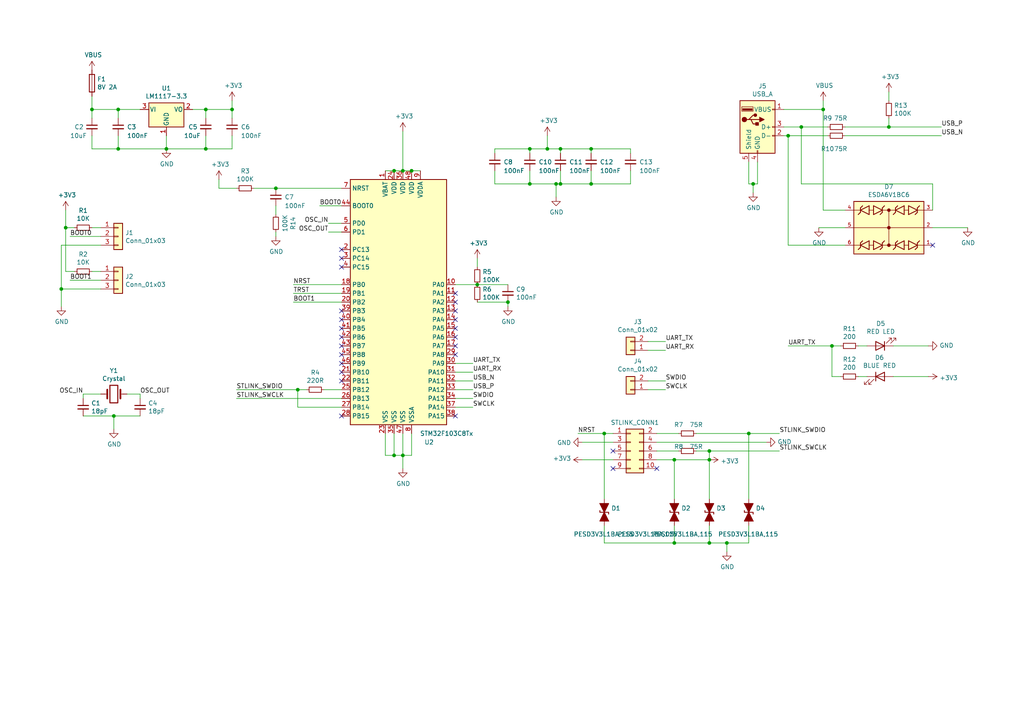
<source format=kicad_sch>
(kicad_sch (version 20230121) (generator eeschema)
  (paper "A4")
  (title_block (title "Magma ST_Link") (date "2021-09-22") (rev "v1") (company "ÖMER FURKAN DEMİRCİOĞLU") (comment 1 "MagmaVend"))
  (lib_symbols
    (symbol "Connector:USB_A" (pin_names (offset 1.016))
      (property "Reference" "J" (at -5.08 11.43 0))
      (property "Value" "USB_A" (at -5.08 8.89 0))
      (symbol "USB_A_1_1"
        (pin power_in line (at 7.62 5.08 180) (length 2.54) (name "VBUS") (number "1"))
        (pin bidirectional line (at 7.62 -2.54 180) (length 2.54) (name "D-") (number "2"))
        (pin bidirectional line (at 7.62 0 180) (length 2.54) (name "D+") (number "3"))
        (pin power_in line (at 0 -10.16 90) (length 2.54) (name "GND") (number "4"))
        (pin passive line (at -2.54 -10.16 90) (length 2.54) (name "Shield") (number "5"))
      )
    )
    (symbol "Connector_Generic:Conn_01x02" (pin_names (offset 1.016) hide)
      (property "Reference" "J" (at 0 2.54 0))
      (property "Value" "Conn_01x02" (at 0 -5.08 0))
      (symbol "Conn_01x02_1_1"
        (pin passive line (at -5.08 0 0) (length 3.81) (name "Pin_1") (number "1"))
        (pin passive line (at -5.08 -2.54 0) (length 3.81) (name "Pin_2") (number "2"))
      )
    )
    (symbol "Connector_Generic:Conn_01x03" (pin_names (offset 1.016) hide)
      (property "Reference" "J" (at 0 5.08 0))
      (property "Value" "Conn_01x03" (at 0 -5.08 0))
      (symbol "Conn_01x03_1_1"
        (pin passive line (at -5.08 2.54 0) (length 3.81) (name "Pin_1") (number "1"))
        (pin passive line (at -5.08 0 0) (length 3.81) (name "Pin_2") (number "2"))
        (pin passive line (at -5.08 -2.54 0) (length 3.81) (name "Pin_3") (number "3"))
      )
    )
    (symbol "Connector_Generic:Conn_02x05_Odd_Even" (pin_names (offset 1.016) hide)
      (property "Reference" "J" (at 1.27 7.62 0))
      (property "Value" "Conn_02x05_Odd_Even" (at 1.27 -7.62 0))
      (symbol "Conn_02x05_Odd_Even_1_1"
        (pin passive line (at -5.08 5.08 0) (length 3.81) (name "Pin_1") (number "1"))
        (pin passive line (at 7.62 -5.08 180) (length 3.81) (name "Pin_10") (number "10"))
        (pin passive line (at 7.62 5.08 180) (length 3.81) (name "Pin_2") (number "2"))
        (pin passive line (at -5.08 2.54 0) (length 3.81) (name "Pin_3") (number "3"))
        (pin passive line (at 7.62 2.54 180) (length 3.81) (name "Pin_4") (number "4"))
        (pin passive line (at -5.08 0 0) (length 3.81) (name "Pin_5") (number "5"))
        (pin passive line (at 7.62 0 180) (length 3.81) (name "Pin_6") (number "6"))
        (pin passive line (at -5.08 -2.54 0) (length 3.81) (name "Pin_7") (number "7"))
        (pin passive line (at 7.62 -2.54 180) (length 3.81) (name "Pin_8") (number "8"))
        (pin passive line (at -5.08 -5.08 0) (length 3.81) (name "Pin_9") (number "9"))
      )
    )
    (symbol "Device:C_Small" (pin_numbers hide) (pin_names (offset 0.254) hide)
      (property "Reference" "C" (at 0.254 1.778 0))
      (property "Value" "C_Small" (at 0.254 -2.032 0))
      (symbol "C_Small_1_1"
        (pin passive line (at 0 2.54 270) (length 2.032) (name "~") (number "1"))
        (pin passive line (at 0 -2.54 90) (length 2.032) (name "~") (number "2"))
      )
    )
    (symbol "Device:Crystal" (pin_numbers hide) (pin_names (offset 1.016) hide)
      (property "Reference" "Y" (at 0 3.81 0))
      (property "Value" "Crystal" (at 0 -3.81 0))
      (symbol "Crystal_1_1"
        (pin passive line (at -3.81 0 0) (length 1.27) (name "1") (number "1"))
        (pin passive line (at 3.81 0 180) (length 1.27) (name "2") (number "2"))
      )
    )
    (symbol "Device:Fuse" (pin_numbers hide) (pin_names (offset 0))
      (property "Reference" "F" (at 2.032 0 90))
      (property "Value" "Fuse" (at -1.905 0 90))
      (symbol "Fuse_1_1"
        (pin passive line (at 0 3.81 270) (length 1.27) (name "~") (number "1"))
        (pin passive line (at 0 -3.81 90) (length 1.27) (name "~") (number "2"))
      )
    )
    (symbol "Device:LED" (pin_numbers hide) (pin_names (offset 1.016) hide)
      (property "Reference" "D" (at 0 2.54 0))
      (property "Value" "LED" (at 0 -2.54 0))
      (symbol "LED_1_1"
        (pin passive line (at -3.81 0 0) (length 2.54) (name "K") (number "1"))
        (pin passive line (at 3.81 0 180) (length 2.54) (name "A") (number "2"))
      )
    )
    (symbol "Device:R_Small" (pin_numbers hide) (pin_names (offset 0.254) hide)
      (property "Reference" "R" (at 0.762 0.508 0))
      (property "Value" "R_Small" (at 0.762 -1.016 0))
      (symbol "R_Small_1_1"
        (pin passive line (at 0 2.54 270) (length 0.762) (name "~") (number "1"))
        (pin passive line (at 0 -2.54 90) (length 0.762) (name "~") (number "2"))
      )
    )
    (symbol "ESDA6V1BC6:ESDA6V1BC6" (pin_names (offset 1.016) hide)
      (property "Reference" "D" (at -10.16 8.89 0))
      (property "Value" "ESDA6V1BC6" (at -10.16 -8.89 0))
      (symbol "ESDA6V1BC6_0_0"
        (pin passive line (at -12.7 5.08 0) (length 2.54) (name "~") (number "1"))
        (pin passive line (at -12.7 0 0) (length 2.54) (name "~") (number "2"))
        (pin passive line (at -12.7 -5.08 0) (length 2.54) (name "~") (number "3"))
        (pin passive line (at 12.7 -5.08 180) (length 2.54) (name "~") (number "4"))
        (pin passive line (at 12.7 0 180) (length 2.54) (name "~") (number "5"))
        (pin passive line (at 12.7 5.08 180) (length 2.54) (name "~") (number "6"))
      )
    )
    (symbol "Magma_STLink-rescue:+3.3V-power" (power) (pin_names (offset 0))
      (property "Value" "+3.3V-power" (at 0 3.556 0))
      (symbol "+3.3V-power_1_1"
        (pin power_in line (at 0 0 90) (length 0) hide (name "+3V3") (number "1"))
      )
    )
    (symbol "Magma_STLink-rescue:D_TVS_ALT-Device" (pin_numbers hide) (pin_names (offset 1.016) hide)
      (property "Reference" "D" (at 0 2.54 0))
      (property "Value" "Device_D_TVS_ALT" (at 0 -2.54 0))
      (symbol "D_TVS_ALT-Device_1_1"
        (pin passive line (at -3.81 0 0) (length 2.54) (name "A1") (number "1"))
        (pin passive line (at 3.81 0 180) (length 2.54) (name "A2") (number "2"))
      )
    )
    (symbol "Magma_STLink-rescue:LM1117-3.3-Regulator_Linear" (pin_names (offset 0.254))
      (property "Reference" "U" (at -3.81 3.175 0))
      (property "Value" "Regulator_Linear_LM1117-3.3" (at 0 3.175 0))
      (symbol "LM1117-3.3-Regulator_Linear_1_1"
        (pin power_in line (at 0 -7.62 90) (length 2.54) (name "GND") (number "1"))
        (pin power_out line (at 7.62 0 180) (length 2.54) (name "VO") (number "2"))
        (pin power_in line (at -7.62 0 0) (length 2.54) (name "VI") (number "3"))
      )
    )
    (symbol "Magma_STLink-rescue:STM32F103C8Tx-MCU_ST_STM32F1"
      (property "Reference" "U" (at -15.24 36.83 0))
      (property "Value" "MCU_ST_STM32F1_STM32F103C8Tx" (at 7.62 36.83 0))
      (symbol "STM32F103C8Tx-MCU_ST_STM32F1_1_1"
        (pin power_in line (at -5.08 38.1 270) (length 2.54) (name "VBAT") (number "1"))
        (pin bidirectional line (at 15.24 5.08 180) (length 2.54) (name "PA0") (number "10"))
        (pin bidirectional line (at 15.24 2.54 180) (length 2.54) (name "PA1") (number "11"))
        (pin bidirectional line (at 15.24 0 180) (length 2.54) (name "PA2") (number "12"))
        (pin bidirectional line (at 15.24 -2.54 180) (length 2.54) (name "PA3") (number "13"))
        (pin bidirectional line (at 15.24 -5.08 180) (length 2.54) (name "PA4") (number "14"))
        (pin bidirectional line (at 15.24 -7.62 180) (length 2.54) (name "PA5") (number "15"))
        (pin bidirectional line (at 15.24 -10.16 180) (length 2.54) (name "PA6") (number "16"))
        (pin bidirectional line (at 15.24 -12.7 180) (length 2.54) (name "PA7") (number "17"))
        (pin bidirectional line (at -17.78 5.08 0) (length 2.54) (name "PB0") (number "18"))
        (pin bidirectional line (at -17.78 2.54 0) (length 2.54) (name "PB1") (number "19"))
        (pin bidirectional line (at -17.78 15.24 0) (length 2.54) (name "PC13") (number "2"))
        (pin bidirectional line (at -17.78 0 0) (length 2.54) (name "PB2") (number "20"))
        (pin bidirectional line (at -17.78 -20.32 0) (length 2.54) (name "PB10") (number "21"))
        (pin bidirectional line (at -17.78 -22.86 0) (length 2.54) (name "PB11") (number "22"))
        (pin power_in line (at -5.08 -38.1 90) (length 2.54) (name "VSS") (number "23"))
        (pin power_in line (at -2.54 38.1 270) (length 2.54) (name "VDD") (number "24"))
        (pin bidirectional line (at -17.78 -25.4 0) (length 2.54) (name "PB12") (number "25"))
        (pin bidirectional line (at -17.78 -27.94 0) (length 2.54) (name "PB13") (number "26"))
        (pin bidirectional line (at -17.78 -30.48 0) (length 2.54) (name "PB14") (number "27"))
        (pin bidirectional line (at -17.78 -33.02 0) (length 2.54) (name "PB15") (number "28"))
        (pin bidirectional line (at 15.24 -15.24 180) (length 2.54) (name "PA8") (number "29"))
        (pin bidirectional line (at -17.78 12.7 0) (length 2.54) (name "PC14") (number "3"))
        (pin bidirectional line (at 15.24 -17.78 180) (length 2.54) (name "PA9") (number "30"))
        (pin bidirectional line (at 15.24 -20.32 180) (length 2.54) (name "PA10") (number "31"))
        (pin bidirectional line (at 15.24 -22.86 180) (length 2.54) (name "PA11") (number "32"))
        (pin bidirectional line (at 15.24 -25.4 180) (length 2.54) (name "PA12") (number "33"))
        (pin bidirectional line (at 15.24 -27.94 180) (length 2.54) (name "PA13") (number "34"))
        (pin power_in line (at -2.54 -38.1 90) (length 2.54) (name "VSS") (number "35"))
        (pin power_in line (at 0 38.1 270) (length 2.54) (name "VDD") (number "36"))
        (pin bidirectional line (at 15.24 -30.48 180) (length 2.54) (name "PA14") (number "37"))
        (pin bidirectional line (at 15.24 -33.02 180) (length 2.54) (name "PA15") (number "38"))
        (pin bidirectional line (at -17.78 -2.54 0) (length 2.54) (name "PB3") (number "39"))
        (pin bidirectional line (at -17.78 10.16 0) (length 2.54) (name "PC15") (number "4"))
        (pin bidirectional line (at -17.78 -5.08 0) (length 2.54) (name "PB4") (number "40"))
        (pin bidirectional line (at -17.78 -7.62 0) (length 2.54) (name "PB5") (number "41"))
        (pin bidirectional line (at -17.78 -10.16 0) (length 2.54) (name "PB6") (number "42"))
        (pin bidirectional line (at -17.78 -12.7 0) (length 2.54) (name "PB7") (number "43"))
        (pin input line (at -17.78 27.94 0) (length 2.54) (name "BOOT0") (number "44"))
        (pin bidirectional line (at -17.78 -15.24 0) (length 2.54) (name "PB8") (number "45"))
        (pin bidirectional line (at -17.78 -17.78 0) (length 2.54) (name "PB9") (number "46"))
        (pin power_in line (at 0 -38.1 90) (length 2.54) (name "VSS") (number "47"))
        (pin power_in line (at 2.54 38.1 270) (length 2.54) (name "VDD") (number "48"))
        (pin input line (at -17.78 22.86 0) (length 2.54) (name "PD0") (number "5"))
        (pin input line (at -17.78 20.32 0) (length 2.54) (name "PD1") (number "6"))
        (pin input line (at -17.78 33.02 0) (length 2.54) (name "NRST") (number "7"))
        (pin power_in line (at 2.54 -38.1 90) (length 2.54) (name "VSSA") (number "8"))
        (pin power_in line (at 5.08 38.1 270) (length 2.54) (name "VDDA") (number "9"))
      )
    )
    (symbol "power:+3V3" (power) (pin_names (offset 0))
      (property "Value" "+3V3" (at 0 3.556 0))
      (symbol "+3V3_1_1"
        (pin power_in line (at 0 0 90) (length 0) hide (name "+3V3") (number "1"))
      )
    )
    (symbol "power:GND" (power) (pin_names (offset 0))
      (property "Value" "GND" (at 0 -3.81 0))
      (symbol "GND_1_1"
        (pin power_in line (at 0 0 270) (length 0) hide (name "GND") (number "1"))
      )
    )
    (symbol "power:VBUS" (power) (pin_names (offset 0))
      (property "Value" "VBUS" (at 0 3.81 0))
      (symbol "VBUS_1_1"
        (pin power_in line (at 0 0 90) (length 0) hide (name "VBUS") (number "1"))
      )
    )
  )
  (junction (at 210.82 157.48))
  (junction (at 114.3 49.53))
  (junction (at 195.58 157.48))
  (junction (at 171.45 43.18))
  (junction (at 34.29 43.18))
  (junction (at 48.26 43.18))
  (junction (at 86.36 113.03))
  (junction (at 67.31 31.75))
  (junction (at 119.38 49.53))
  (junction (at 257.81 36.83))
  (junction (at 205.74 133.35))
  (junction (at 26.67 31.75))
  (junction (at 241.3 100.33))
  (junction (at 114.3 132.08))
  (junction (at 116.84 49.53))
  (junction (at 195.58 133.35))
  (junction (at 205.74 130.81))
  (junction (at 158.75 43.18))
  (junction (at 205.74 157.48))
  (junction (at 162.56 43.18))
  (junction (at 17.78 83.82))
  (junction (at 59.69 43.18))
  (junction (at 175.26 125.73))
  (junction (at 153.67 53.34))
  (junction (at 228.6 39.37))
  (junction (at 19.05 66.04))
  (junction (at 171.45 53.34))
  (junction (at 116.84 132.08))
  (junction (at 238.76 31.75))
  (junction (at 218.44 53.34))
  (junction (at 217.17 125.73))
  (junction (at 138.43 82.55))
  (junction (at 80.01 54.61))
  (junction (at 33.02 120.65))
  (junction (at 147.32 87.63))
  (junction (at 161.29 53.34))
  (junction (at 59.69 31.75))
  (junction (at 232.41 36.83))
  (junction (at 34.29 31.75))
  (junction (at 153.67 43.18))
  (junction (at 162.56 53.34))
  (no_connect (at 190.5 135.89))
  (no_connect (at 132.08 90.17))
  (no_connect (at 132.08 87.63))
  (no_connect (at 132.08 100.33))
  (no_connect (at 132.08 95.25))
  (no_connect (at 99.06 77.47))
  (no_connect (at 99.06 90.17))
  (no_connect (at 270.51 71.12))
  (no_connect (at 132.08 97.79))
  (no_connect (at 132.08 102.87))
  (no_connect (at 99.06 107.95))
  (no_connect (at 177.8 135.89))
  (no_connect (at 99.06 95.25))
  (no_connect (at 99.06 100.33))
  (no_connect (at 99.06 92.71))
  (no_connect (at 132.08 85.09))
  (no_connect (at 99.06 105.41))
  (no_connect (at 132.08 92.71))
  (no_connect (at 99.06 102.87))
  (no_connect (at 99.06 74.93))
  (no_connect (at 177.8 130.81))
  (no_connect (at 99.06 97.79))
  (no_connect (at 99.06 120.65))
  (no_connect (at 99.06 72.39))
  (no_connect (at 99.06 110.49))
  (no_connect (at 132.08 120.65))
  (wire (pts (xy 205.74 130.81) (xy 226.06 130.81)))
  (wire (pts (xy 26.67 43.18) (xy 34.29 43.18)))
  (wire (pts (xy 119.38 49.53) (xy 121.92 49.53)))
  (wire (pts (xy 259.08 100.33) (xy 269.24 100.33)))
  (wire (pts (xy 34.29 34.29) (xy 34.29 31.75)))
  (wire (pts (xy 17.78 83.82) (xy 17.78 88.9)))
  (wire (pts (xy 48.26 39.37) (xy 48.26 43.18)))
  (wire (pts (xy 143.51 44.45) (xy 143.51 43.18)))
  (wire (pts (xy 257.81 34.29) (xy 257.81 36.83)))
  (wire (pts (xy 116.84 125.73) (xy 116.84 132.08)))
  (wire (pts (xy 114.3 125.73) (xy 114.3 132.08)))
  (wire (pts (xy 24.13 114.3) (xy 29.21 114.3)))
  (wire (pts (xy 59.69 31.75) (xy 67.31 31.75)))
  (wire (pts (xy 162.56 49.53) (xy 162.56 53.34)))
  (wire (pts (xy 270.51 60.96) (xy 270.51 53.34)))
  (wire (pts (xy 80.01 59.69) (xy 80.01 62.23)))
  (wire (pts (xy 34.29 43.18) (xy 48.26 43.18)))
  (wire (pts (xy 26.67 39.37) (xy 26.67 43.18)))
  (wire (pts (xy 171.45 53.34) (xy 182.88 53.34)))
  (wire (pts (xy 40.64 115.57) (xy 40.64 114.3)))
  (wire (pts (xy 19.05 66.04) (xy 19.05 78.74)))
  (wire (pts (xy 217.17 125.73) (xy 201.93 125.73)))
  (wire (pts (xy 20.32 81.28) (xy 29.21 81.28)))
  (wire (pts (xy 153.67 53.34) (xy 161.29 53.34)))
  (wire (pts (xy 132.08 113.03) (xy 137.16 113.03)))
  (wire (pts (xy 243.84 109.22) (xy 241.3 109.22)))
  (wire (pts (xy 114.3 132.08) (xy 111.76 132.08)))
  (wire (pts (xy 63.5 54.61) (xy 68.58 54.61)))
  (wire (pts (xy 99.06 59.69) (xy 92.71 59.69)))
  (wire (pts (xy 34.29 39.37) (xy 34.29 43.18)))
  (wire (pts (xy 67.31 29.21) (xy 67.31 31.75)))
  (wire (pts (xy 232.41 36.83) (xy 240.03 36.83)))
  (wire (pts (xy 241.3 100.33) (xy 243.84 100.33)))
  (wire (pts (xy 116.84 49.53) (xy 116.84 38.1)))
  (wire (pts (xy 73.66 54.61) (xy 80.01 54.61)))
  (wire (pts (xy 153.67 44.45) (xy 153.67 43.18)))
  (wire (pts (xy 99.06 85.09) (xy 85.09 85.09)))
  (wire (pts (xy 217.17 53.34) (xy 218.44 53.34)))
  (wire (pts (xy 29.21 83.82) (xy 17.78 83.82)))
  (wire (pts (xy 240.03 39.37) (xy 228.6 39.37)))
  (wire (pts (xy 17.78 71.12) (xy 17.78 83.82)))
  (wire (pts (xy 167.64 125.73) (xy 175.26 125.73)))
  (wire (pts (xy 219.71 46.99) (xy 219.71 53.34)))
  (wire (pts (xy 132.08 107.95) (xy 137.16 107.95)))
  (wire (pts (xy 205.74 133.35) (xy 205.74 144.78)))
  (wire (pts (xy 245.11 36.83) (xy 257.81 36.83)))
  (wire (pts (xy 195.58 133.35) (xy 190.5 133.35)))
  (wire (pts (xy 162.56 43.18) (xy 171.45 43.18)))
  (wire (pts (xy 161.29 53.34) (xy 162.56 53.34)))
  (wire (pts (xy 210.82 160.02) (xy 210.82 157.48)))
  (wire (pts (xy 182.88 43.18) (xy 171.45 43.18)))
  (wire (pts (xy 19.05 60.96) (xy 19.05 66.04)))
  (wire (pts (xy 175.26 144.78) (xy 175.26 125.73)))
  (wire (pts (xy 248.92 109.22) (xy 251.46 109.22)))
  (wire (pts (xy 205.74 133.35) (xy 195.58 133.35)))
  (wire (pts (xy 143.51 49.53) (xy 143.51 53.34)))
  (wire (pts (xy 245.11 60.96) (xy 238.76 60.96)))
  (wire (pts (xy 226.06 125.73) (xy 217.17 125.73)))
  (wire (pts (xy 175.26 152.4) (xy 175.26 157.48)))
  (wire (pts (xy 195.58 157.48) (xy 205.74 157.48)))
  (wire (pts (xy 85.09 82.55) (xy 99.06 82.55)))
  (wire (pts (xy 175.26 157.48) (xy 195.58 157.48)))
  (wire (pts (xy 245.11 39.37) (xy 273.05 39.37)))
  (wire (pts (xy 147.32 88.9) (xy 147.32 87.63)))
  (wire (pts (xy 80.01 68.58) (xy 80.01 67.31)))
  (wire (pts (xy 205.74 157.48) (xy 210.82 157.48)))
  (wire (pts (xy 269.24 109.22) (xy 259.08 109.22)))
  (wire (pts (xy 63.5 52.07) (xy 63.5 54.61)))
  (wire (pts (xy 241.3 109.22) (xy 241.3 100.33)))
  (wire (pts (xy 222.25 128.27) (xy 190.5 128.27)))
  (wire (pts (xy 33.02 120.65) (xy 33.02 124.46)))
  (wire (pts (xy 132.08 118.11) (xy 137.16 118.11)))
  (wire (pts (xy 195.58 152.4) (xy 195.58 157.48)))
  (wire (pts (xy 161.29 57.15) (xy 161.29 53.34)))
  (wire (pts (xy 280.67 66.04) (xy 270.51 66.04)))
  (wire (pts (xy 93.98 113.03) (xy 99.06 113.03)))
  (wire (pts (xy 193.04 101.6) (xy 187.96 101.6)))
  (wire (pts (xy 238.76 29.21) (xy 238.76 31.75)))
  (wire (pts (xy 114.3 49.53) (xy 116.84 49.53)))
  (wire (pts (xy 48.26 43.18) (xy 59.69 43.18)))
  (wire (pts (xy 218.44 55.88) (xy 218.44 53.34)))
  (wire (pts (xy 218.44 53.34) (xy 219.71 53.34)))
  (wire (pts (xy 162.56 53.34) (xy 171.45 53.34)))
  (wire (pts (xy 201.93 130.81) (xy 205.74 130.81)))
  (wire (pts (xy 143.51 53.34) (xy 153.67 53.34)))
  (wire (pts (xy 116.84 132.08) (xy 114.3 132.08)))
  (wire (pts (xy 182.88 44.45) (xy 182.88 43.18)))
  (wire (pts (xy 245.11 66.04) (xy 237.49 66.04)))
  (wire (pts (xy 210.82 157.48) (xy 217.17 157.48)))
  (wire (pts (xy 195.58 144.78) (xy 195.58 133.35)))
  (wire (pts (xy 158.75 43.18) (xy 162.56 43.18)))
  (wire (pts (xy 116.84 135.89) (xy 116.84 132.08)))
  (wire (pts (xy 143.51 43.18) (xy 153.67 43.18)))
  (wire (pts (xy 20.32 68.58) (xy 29.21 68.58)))
  (wire (pts (xy 138.43 74.93) (xy 138.43 77.47)))
  (wire (pts (xy 227.33 31.75) (xy 238.76 31.75)))
  (wire (pts (xy 228.6 100.33) (xy 241.3 100.33)))
  (wire (pts (xy 88.9 113.03) (xy 86.36 113.03)))
  (wire (pts (xy 153.67 43.18) (xy 158.75 43.18)))
  (wire (pts (xy 67.31 43.18) (xy 59.69 43.18)))
  (wire (pts (xy 116.84 132.08) (xy 119.38 132.08)))
  (wire (pts (xy 153.67 49.53) (xy 153.67 53.34)))
  (wire (pts (xy 248.92 100.33) (xy 251.46 100.33)))
  (wire (pts (xy 67.31 39.37) (xy 67.31 43.18)))
  (wire (pts (xy 99.06 64.77) (xy 95.25 64.77)))
  (wire (pts (xy 26.67 27.94) (xy 26.67 31.75)))
  (wire (pts (xy 67.31 31.75) (xy 67.31 34.29)))
  (wire (pts (xy 86.36 113.03) (xy 86.36 118.11)))
  (wire (pts (xy 59.69 43.18) (xy 59.69 39.37)))
  (wire (pts (xy 21.59 66.04) (xy 19.05 66.04)))
  (wire (pts (xy 95.25 67.31) (xy 99.06 67.31)))
  (wire (pts (xy 33.02 120.65) (xy 40.64 120.65)))
  (wire (pts (xy 228.6 39.37) (xy 227.33 39.37)))
  (wire (pts (xy 21.59 78.74) (xy 19.05 78.74)))
  (wire (pts (xy 68.58 115.57) (xy 99.06 115.57)))
  (wire (pts (xy 193.04 99.06) (xy 187.96 99.06)))
  (wire (pts (xy 205.74 130.81) (xy 205.74 133.35)))
  (wire (pts (xy 34.29 31.75) (xy 40.64 31.75)))
  (wire (pts (xy 162.56 44.45) (xy 162.56 43.18)))
  (wire (pts (xy 33.02 120.65) (xy 24.13 120.65)))
  (wire (pts (xy 59.69 31.75) (xy 59.69 34.29)))
  (wire (pts (xy 26.67 78.74) (xy 29.21 78.74)))
  (wire (pts (xy 171.45 53.34) (xy 171.45 49.53)))
  (wire (pts (xy 228.6 71.12) (xy 245.11 71.12)))
  (wire (pts (xy 111.76 49.53) (xy 114.3 49.53)))
  (wire (pts (xy 116.84 49.53) (xy 119.38 49.53)))
  (wire (pts (xy 168.91 133.35) (xy 177.8 133.35)))
  (wire (pts (xy 119.38 125.73) (xy 119.38 132.08)))
  (wire (pts (xy 158.75 39.37) (xy 158.75 43.18)))
  (wire (pts (xy 270.51 53.34) (xy 232.41 53.34)))
  (wire (pts (xy 168.91 128.27) (xy 177.8 128.27)))
  (wire (pts (xy 86.36 113.03) (xy 68.58 113.03)))
  (wire (pts (xy 55.88 31.75) (xy 59.69 31.75)))
  (wire (pts (xy 29.21 71.12) (xy 17.78 71.12)))
  (wire (pts (xy 26.67 31.75) (xy 34.29 31.75)))
  (wire (pts (xy 232.41 53.34) (xy 232.41 36.83)))
  (wire (pts (xy 228.6 71.12) (xy 228.6 39.37)))
  (wire (pts (xy 182.88 53.34) (xy 182.88 49.53)))
  (wire (pts (xy 86.36 118.11) (xy 99.06 118.11)))
  (wire (pts (xy 217.17 46.99) (xy 217.17 53.34)))
  (wire (pts (xy 138.43 87.63) (xy 147.32 87.63)))
  (wire (pts (xy 26.67 66.04) (xy 29.21 66.04)))
  (wire (pts (xy 40.64 114.3) (xy 36.83 114.3)))
  (wire (pts (xy 111.76 125.73) (xy 111.76 132.08)))
  (wire (pts (xy 138.43 82.55) (xy 147.32 82.55)))
  (wire (pts (xy 132.08 110.49) (xy 137.16 110.49)))
  (wire (pts (xy 187.96 113.03) (xy 193.04 113.03)))
  (wire (pts (xy 217.17 157.48) (xy 217.17 152.4)))
  (wire (pts (xy 193.04 110.49) (xy 187.96 110.49)))
  (wire (pts (xy 171.45 43.18) (xy 171.45 44.45)))
  (wire (pts (xy 99.06 87.63) (xy 85.09 87.63)))
  (wire (pts (xy 238.76 31.75) (xy 238.76 60.96)))
  (wire (pts (xy 205.74 152.4) (xy 205.74 157.48)))
  (wire (pts (xy 132.08 105.41) (xy 137.16 105.41)))
  (wire (pts (xy 190.5 125.73) (xy 196.85 125.73)))
  (wire (pts (xy 257.81 26.67) (xy 257.81 29.21)))
  (wire (pts (xy 217.17 144.78) (xy 217.17 125.73)))
  (wire (pts (xy 24.13 115.57) (xy 24.13 114.3)))
  (wire (pts (xy 99.06 54.61) (xy 80.01 54.61)))
  (wire (pts (xy 257.81 36.83) (xy 273.05 36.83)))
  (wire (pts (xy 227.33 36.83) (xy 232.41 36.83)))
  (wire (pts (xy 26.67 34.29) (xy 26.67 31.75)))
  (wire (pts (xy 132.08 82.55) (xy 138.43 82.55)))
  (wire (pts (xy 132.08 115.57) (xy 137.16 115.57)))
  (wire (pts (xy 190.5 130.81) (xy 196.85 130.81)))
  (wire (pts (xy 175.26 125.73) (xy 177.8 125.73)))
  (label "STLINK_SWDIO" (at 68.58 113.03 0))
  (label "USB_P" (at 273.05 36.83 0))
  (label "STLINK_SWDIO" (at 226.06 125.73 0))
  (label "NRST" (at 85.09 82.55 0))
  (label "SWDIO" (at 193.04 110.49 0))
  (label "USB_N" (at 273.05 39.37 0))
  (label "OSC_IN" (at 95.25 64.77 180))
  (label "SWCLK" (at 193.04 113.03 0))
  (label "UART_TX" (at 193.04 99.06 0))
  (label "STLINK_SWCLK" (at 68.58 115.57 0))
  (label "NRST" (at 167.64 125.73 0))
  (label "SWCLK" (at 137.16 118.11 0))
  (label "UART_TX" (at 228.6 100.33 0))
  (label "SWDIO" (at 137.16 115.57 0))
  (label "UART_RX" (at 193.04 101.6 0))
  (label "BOOT1" (at 20.32 81.28 0))
  (label "TRST" (at 85.09 85.09 0))
  (label "USB_P" (at 137.16 113.03 0))
  (label "OSC_OUT" (at 95.25 67.31 180))
  (label "USB_N" (at 137.16 110.49 0))
  (label "UART_RX" (at 137.16 107.95 0))
  (label "UART_TX" (at 137.16 105.41 0))
  (label "OSC_IN" (at 24.13 114.3 180))
  (label "STLINK_SWCLK" (at 226.06 130.81 0))
  (label "BOOT0" (at 92.71 59.69 0))
  (label "BOOT1" (at 85.09 87.63 0))
  (label "OSC_OUT" (at 40.64 114.3 0))
  (label "BOOT0" (at 20.32 68.58 0))
  (symbol (lib_id "Magma_STLink-rescue:STM32F103C8Tx-MCU_ST_STM32F1") (at 116.84 87.63 0) (unit 1)
    (property "Reference" "U2" (at 124.46 128.27 0))
    (property "Value" "STM32F103C8Tx" (at 129.54 125.73 0))
    (property "Footprint" "Package_QFP:LQFP-48_7x7mm_P0.5mm" (effects hide))
    (property "Datasheet" "http://www.st.com/st-web-ui/static/active/en/resource/technical/document/datasheet/CD00161566.pdf" (effects hide))
    (property "Manufacturer Link" "https://www.ozdisan.com/integrated-circuits-ics/embedded-ics/microcontrollers/STM32F103C8T6" (effects hide))
  )
  (symbol (lib_id "Magma_STLink-rescue:+3.3V-power") (at 116.84 38.1 0) (unit 1)
    (property "Reference" "#PWR0101" (effects hide))
    (property "Value" "+3.3V" (at 117.221 33.7058 0))
  )
  (symbol (lib_id "Magma_STLink-rescue:+3.3V-power") (at 158.75 39.37 0) (unit 1)
    (property "Reference" "#PWR0102" (effects hide))
    (property "Value" "+3.3V" (at 159.131 34.9758 0))
  )
  (symbol (lib_id "Device:R_Small") (at 138.43 80.01 0) (unit 1)
    (property "Reference" "R5" (at 139.9286 78.8416 0) (effects (justify left)))
    (property "Value" "100K" (at 139.9286 81.153 0) (effects (justify left)))
    (property "Footprint" "Resistor_SMD:R_0805_2012Metric_Pad1.20x1.40mm_HandSolder" (effects hide))
  )
  (symbol (lib_id "Device:R_Small") (at 138.43 85.09 0) (unit 1)
    (property "Reference" "R6" (at 139.9286 83.9216 0) (effects (justify left)))
    (property "Value" "100K" (at 139.9286 86.233 0) (effects (justify left)))
    (property "Footprint" "Resistor_SMD:R_0805_2012Metric_Pad1.20x1.40mm_HandSolder" (effects hide))
  )
  (symbol (lib_id "Device:C_Small") (at 147.32 85.09 0) (unit 1)
    (property "Reference" "C9" (at 149.6568 83.9216 0) (effects (justify left)))
    (property "Value" "100nF" (at 149.6568 86.233 0) (effects (justify left)))
    (property "Footprint" "Capacitor_SMD:C_0805_2012Metric_Pad1.18x1.45mm_HandSolder" (effects hide))
  )
  (symbol (lib_id "power:GND") (at 147.32 88.9 0) (unit 1)
    (property "Reference" "#PWR0103" (effects hide))
    (property "Value" "GND" (at 147.447 93.2942 0))
  )
  (symbol (lib_id "Magma_STLink-rescue:+3.3V-power") (at 138.43 74.93 0) (unit 1)
    (property "Reference" "#PWR0104" (effects hide))
    (property "Value" "+3.3V" (at 138.811 70.5358 0))
  )
  (symbol (lib_id "Device:LED") (at 255.27 100.33 180) (unit 1)
    (property "Reference" "D5" (at 255.4478 93.853 0))
    (property "Value" "RED LED" (at 255.4478 96.1644 0))
    (property "Footprint" "LED_SMD:LED_0603_1608Metric_Pad1.05x0.95mm_HandSolder" (effects hide))
  )
  (symbol (lib_id "Device:LED") (at 255.27 109.22 0) (unit 1)
    (property "Reference" "D6" (at 255.0922 103.7082 0))
    (property "Value" "BLUE RED" (at 255.0922 106.0196 0))
    (property "Footprint" "LED_SMD:LED_0603_1608Metric_Pad1.05x0.95mm_HandSolder" (effects hide))
  )
  (symbol (lib_id "Connector_Generic:Conn_01x02") (at 182.88 101.6 180) (unit 1)
    (property "Reference" "J3" (at 184.9628 93.345 0))
    (property "Value" "Conn_01x02" (at 184.9628 95.6564 0))
    (property "Footprint" "Connector_PinHeader_2.54mm:PinHeader_1x02_P2.54mm_Vertical" (effects hide))
  )
  (symbol (lib_id "power:GND") (at 116.84 135.89 0) (unit 1)
    (property "Reference" "#PWR0105" (effects hide))
    (property "Value" "GND" (at 116.967 140.2842 0))
  )
  (symbol (lib_id "Device:R_Small") (at 246.38 100.33 270) (unit 1)
    (property "Reference" "R11" (at 246.38 95.3516 90))
    (property "Value" "200" (at 246.38 97.663 90))
    (property "Footprint" "Resistor_SMD:R_0805_2012Metric_Pad1.20x1.40mm_HandSolder" (effects hide))
  )
  (symbol (lib_id "Connector:USB_A") (at 219.71 36.83 0) (unit 1)
    (property "Reference" "J5" (at 221.1578 24.9682 0))
    (property "Value" "USB_A" (at 221.1578 27.2796 0))
    (property "Footprint" "Connector_USB:USB_A_CNCTech_1001-011-01101_Horizontal" (effects hide))
    (property "Datasheet" "https://cdn.ozdisan.com/ETicaret_Dosya/348007_2646947.pdf" (effects hide))
    (property "Manufacturer Link" "https://www.ozdisan.com/connectors-and-interconnects/usb-dvi-hdmi-connectors/usb-connectors/DS1098-WN0" (effects hide))
  )
  (symbol (lib_id "power:GND") (at 218.44 55.88 0) (unit 1)
    (property "Reference" "#PWR0106" (effects hide))
    (property "Value" "GND" (at 218.567 60.2742 0))
  )
  (symbol (lib_id "Magma_STLink-rescue:LM1117-3.3-Regulator_Linear") (at 48.26 31.75 0) (unit 1)
    (property "Reference" "U1" (at 48.26 25.6032 0))
    (property "Value" "LM1117-3.3" (at 48.26 27.9146 0))
    (property "Footprint" "Package_TO_SOT_SMD:SOT-223-3_TabPin2" (effects hide))
    (property "Datasheet" "http://www.ti.com/lit/ds/symlink/lm1117.pdf" (effects hide))
  )
  (symbol (lib_id "power:GND") (at 269.24 100.33 90) (unit 1)
    (property "Reference" "#PWR0117" (effects hide))
    (property "Value" "GND" (at 272.4912 100.203 90) (effects (justify right)))
  )
  (symbol (lib_id "power:VBUS") (at 238.76 29.21 0) (unit 1)
    (property "Reference" "#PWR0107" (effects hide))
    (property "Value" "VBUS" (at 239.141 24.8158 0))
  )
  (symbol (lib_id "power:VBUS") (at 26.67 20.32 0) (unit 1)
    (property "Reference" "#PWR0108" (effects hide))
    (property "Value" "VBUS" (at 27.051 15.9258 0))
  )
  (symbol (lib_id "Device:Fuse") (at 26.67 24.13 0) (unit 1)
    (property "Reference" "F1" (at 28.194 22.9616 0) (effects (justify left)))
    (property "Value" "8V 2A" (at 28.194 25.273 0) (effects (justify left)))
    (property "Footprint" "Fuse:Fuse_1812_4532Metric_Pad1.30x3.40mm_HandSolder" (effects hide))
    (property "Datasheet" "https://cdn.ozdisan.com/ETicaret_Dosya/490833_3550043.pdf" (effects hide))
    (property "Manufacturer Link" "https://www.ozdisan.com/power-semiconductors/circuit-protection-components/ptc-resettable-fuses/KMC5S200RY" (effects hide))
  )
  (symbol (lib_id "Device:R_Small") (at 246.38 109.22 270) (unit 1)
    (property "Reference" "R12" (at 246.38 104.2416 90))
    (property "Value" "200" (at 246.38 106.553 90))
    (property "Footprint" "Resistor_SMD:R_0805_2012Metric_Pad1.20x1.40mm_HandSolder" (effects hide))
  )
  (symbol (lib_id "power:GND") (at 48.26 43.18 0) (unit 1)
    (property "Reference" "#PWR0109" (effects hide))
    (property "Value" "GND" (at 48.387 47.5742 0))
  )
  (symbol (lib_id "Device:C_Small") (at 26.67 36.83 0) (unit 1)
    (property "Reference" "C2" (at 21.59 36.83 0) (effects (justify left)))
    (property "Value" "10uF" (at 20.32 39.37 0) (effects (justify left)))
    (property "Footprint" "Capacitor_SMD:C_0805_2012Metric_Pad1.18x1.45mm_HandSolder" (effects hide))
    (property "Datasheet" "https://cdn.ozdisan.com/ETicaret_Dosya/448212_5798276.PDF" (effects hide))
    (property "Manufacturer Link" "https://www.ozdisan.com/passive-components/capacitors/smt-smd-and-mlcc-capacitors/CL21A106KPFNNNE" (effects hide))
  )
  (symbol (lib_id "Device:C_Small") (at 34.29 36.83 0) (unit 1)
    (property "Reference" "C3" (at 36.83 36.83 0) (effects (justify left)))
    (property "Value" "100nF" (at 36.83 39.37 0) (effects (justify left)))
    (property "Footprint" "Capacitor_SMD:C_0805_2012Metric_Pad1.18x1.45mm_HandSolder" (effects hide))
  )
  (symbol (lib_id "Device:C_Small") (at 59.69 36.83 0) (unit 1)
    (property "Reference" "C5" (at 54.61 36.83 0) (effects (justify left)))
    (property "Value" "10uF" (at 53.34 39.37 0) (effects (justify left)))
    (property "Footprint" "Capacitor_SMD:C_0805_2012Metric_Pad1.18x1.45mm_HandSolder" (effects hide))
    (property "Datasheet" "https://cdn.ozdisan.com/ETicaret_Dosya/448212_5798276.PDF" (effects hide))
    (property "Manufacturer Link" "https://www.ozdisan.com/passive-components/capacitors/smt-smd-and-mlcc-capacitors/CL21A106KPFNNNE" (effects hide))
  )
  (symbol (lib_id "Device:C_Small") (at 67.31 36.83 0) (unit 1)
    (property "Reference" "C6" (at 69.85 36.83 0) (effects (justify left)))
    (property "Value" "100nF" (at 69.85 39.37 0) (effects (justify left)))
    (property "Footprint" "Capacitor_SMD:C_0805_2012Metric_Pad1.18x1.45mm_HandSolder" (effects hide))
    (property "Manufacturer Link" "https://www.ozdisan.com/passive-components/capacitors/smt-smd-and-mlcc-capacitors/CL21B104JBCNNNC" (effects hide))
  )
  (symbol (lib_id "Magma_STLink-rescue:+3.3V-power") (at 67.31 29.21 0) (unit 1)
    (property "Reference" "#PWR0110" (effects hide))
    (property "Value" "+3.3V" (at 67.691 24.8158 0))
  )
  (symbol (lib_id "power:+3V3") (at 269.24 109.22 270) (unit 1)
    (property "Reference" "#PWR0118" (effects hide))
    (property "Value" "+3V3" (at 272.4912 109.601 90) (effects (justify left)))
  )
  (symbol (lib_id "Device:C_Small") (at 143.51 46.99 0) (unit 1)
    (property "Reference" "C8" (at 146.05 46.99 0) (effects (justify left)))
    (property "Value" "100nF" (at 146.05 49.53 0) (effects (justify left)))
    (property "Footprint" "Capacitor_SMD:C_0805_2012Metric_Pad1.18x1.45mm_HandSolder" (effects hide))
    (property "Manufacturer Link" "https://www.ozdisan.com/passive-components/capacitors/smt-smd-and-mlcc-capacitors/CL21B104JBCNNNC" (effects hide))
  )
  (symbol (lib_id "Device:C_Small") (at 153.67 46.99 0) (unit 1)
    (property "Reference" "C10" (at 156.21 46.99 0) (effects (justify left)))
    (property "Value" "100nF" (at 156.21 49.53 0) (effects (justify left)))
    (property "Footprint" "Capacitor_SMD:C_0805_2012Metric_Pad1.18x1.45mm_HandSolder" (effects hide))
    (property "Manufacturer Link" "https://www.ozdisan.com/passive-components/capacitors/smt-smd-and-mlcc-capacitors/CL21B104JBCNNNC" (effects hide))
  )
  (symbol (lib_id "Device:C_Small") (at 162.56 46.99 0) (unit 1)
    (property "Reference" "C11" (at 165.1 46.99 0) (effects (justify left)))
    (property "Value" "100nF" (at 165.1 49.53 0) (effects (justify left)))
    (property "Footprint" "Capacitor_SMD:C_0805_2012Metric_Pad1.18x1.45mm_HandSolder" (effects hide))
    (property "Manufacturer Link" "https://www.ozdisan.com/passive-components/capacitors/smt-smd-and-mlcc-capacitors/CL21B104JBCNNNC" (effects hide))
  )
  (symbol (lib_id "Device:C_Small") (at 171.45 46.99 0) (unit 1)
    (property "Reference" "C12" (at 173.99 46.99 0) (effects (justify left)))
    (property "Value" "100nF" (at 173.99 49.53 0) (effects (justify left)))
    (property "Footprint" "Capacitor_SMD:C_0805_2012Metric_Pad1.18x1.45mm_HandSolder" (effects hide))
    (property "Manufacturer Link" "https://www.ozdisan.com/passive-components/capacitors/smt-smd-and-mlcc-capacitors/CL21B104JBCNNNC" (effects hide))
  )
  (symbol (lib_id "power:GND") (at 168.91 128.27 270) (unit 1)
    (property "Reference" "#PWR0119" (effects hide))
    (property "Value" "GND" (at 165.6588 128.397 90) (effects (justify right)))
  )
  (symbol (lib_id "power:+3V3") (at 168.91 133.35 90) (unit 1)
    (property "Reference" "#PWR0120" (effects hide))
    (property "Value" "+3V3" (at 165.6588 132.969 90) (effects (justify left)))
  )
  (symbol (lib_id "Device:C_Small") (at 182.88 46.99 0) (unit 1)
    (property "Reference" "C13" (at 185.42 46.99 0) (effects (justify left)))
    (property "Value" "100nF" (at 185.42 49.53 0) (effects (justify left)))
    (property "Footprint" "Capacitor_SMD:C_0805_2012Metric_Pad1.18x1.45mm_HandSolder" (effects hide))
    (property "Manufacturer Link" "https://www.ozdisan.com/passive-components/capacitors/smt-smd-and-mlcc-capacitors/CL21B104JBCNNNC" (effects hide))
  )
  (symbol (lib_id "power:GND") (at 161.29 57.15 0) (unit 1)
    (property "Reference" "#PWR0111" (effects hide))
    (property "Value" "GND" (at 161.417 61.5442 0))
  )
  (symbol (lib_id "Device:R_Small") (at 257.81 31.75 180) (unit 1)
    (property "Reference" "R13" (at 259.3086 30.5816 0) (effects (justify right)))
    (property "Value" "100K" (at 259.3086 32.893 0) (effects (justify right)))
    (property "Footprint" "Resistor_SMD:R_0805_2012Metric_Pad1.20x1.40mm_HandSolder" (effects hide))
    (property "Manufacturer Link" "https://www.ozdisan.com/passive-components/resistors/smt-smd-and-chip-resistors/RC2012F104CS" (effects hide))
  )
  (symbol (lib_id "power:+3V3") (at 257.81 26.67 0) (unit 1)
    (property "Reference" "#PWR0112" (effects hide))
    (property "Value" "+3V3" (at 258.191 22.2758 0))
  )
  (symbol (lib_id "power:+3V3") (at 205.74 133.35 270) (unit 1)
    (property "Reference" "#PWR0121" (effects hide))
    (property "Value" "+3V3" (at 208.9912 133.731 90) (effects (justify left)))
  )
  (symbol (lib_id "Device:R_Small") (at 242.57 36.83 270) (unit 1)
    (property "Reference" "R9" (at 240.03 34.29 90))
    (property "Value" "75R" (at 243.84 34.29 90))
    (property "Footprint" "Resistor_SMD:R_0805_2012Metric_Pad1.20x1.40mm_HandSolder" (effects hide))
    (property "Manufacturer Link" "https://www.ozdisan.com/passive-components/resistors/smt-smd-and-chip-resistors/0805S8F750JT5E" (effects hide))
  )
  (symbol (lib_id "Device:R_Small") (at 242.57 39.37 270) (unit 1)
    (property "Reference" "R10" (at 240.03 43.18 90))
    (property "Value" "75R" (at 243.84 43.18 90))
    (property "Footprint" "Resistor_SMD:R_0805_2012Metric_Pad1.20x1.40mm_HandSolder" (effects hide))
    (property "Manufacturer Link" "https://www.ozdisan.com/passive-components/resistors/smt-smd-and-chip-resistors/0805S8F750JT5E" (effects hide))
  )
  (symbol (lib_id "Device:R_Small") (at 199.39 130.81 270) (unit 1)
    (property "Reference" "R8" (at 196.85 129.54 90))
    (property "Value" "75R" (at 201.93 129.54 90))
    (property "Footprint" "Resistor_SMD:R_0805_2012Metric_Pad1.20x1.40mm_HandSolder" (effects hide))
    (property "Manufacturer Link" "https://www.ozdisan.com/passive-components/resistors/smt-smd-and-chip-resistors/0805S8F750JT5E" (effects hide))
  )
  (symbol (lib_id "Device:C_Small") (at 80.01 57.15 0) (unit 1)
    (property "Reference" "C7" (at 82.55 57.15 0) (effects (justify left)))
    (property "Value" "100nF" (at 82.55 59.69 0) (effects (justify left)))
    (property "Footprint" "Capacitor_SMD:C_0805_2012Metric_Pad1.18x1.45mm_HandSolder" (effects hide))
    (property "Manufacturer Link" "https://www.ozdisan.com/passive-components/capacitors/smt-smd-and-mlcc-capacitors/CL21B104JBCNNNC" (effects hide))
  )
  (symbol (lib_id "Device:R_Small") (at 199.39 125.73 270) (unit 1)
    (property "Reference" "R7" (at 196.85 123.19 90))
    (property "Value" "75R" (at 201.93 123.19 90))
    (property "Footprint" "Resistor_SMD:R_0805_2012Metric_Pad1.20x1.40mm_HandSolder" (effects hide))
    (property "Manufacturer Link" "https://www.ozdisan.com/passive-components/resistors/smt-smd-and-chip-resistors/0805S8F750JT5E" (effects hide))
  )
  (symbol (lib_id "power:GND") (at 222.25 128.27 90) (unit 1)
    (property "Reference" "#PWR0122" (effects hide))
    (property "Value" "GND" (at 225.5012 128.143 90) (effects (justify right)))
  )
  (symbol (lib_id "Device:R_Small") (at 91.44 113.03 270) (unit 1)
    (property "Reference" "R4" (at 91.44 108.0516 90))
    (property "Value" "220R" (at 91.44 110.363 90))
    (property "Footprint" "Resistor_SMD:R_0805_2012Metric_Pad1.20x1.40mm_HandSolder" (effects hide))
    (property "Manufacturer Link" "https://www.ozdisan.com/passive-components/resistors/smt-smd-and-chip-resistors/0805S8F2200T5E" (effects hide))
  )
  (symbol (lib_id "power:GND") (at 80.01 68.58 0) (unit 1)
    (property "Reference" "#PWR0113" (effects hide))
    (property "Value" "GND" (at 80.137 72.9742 0))
  )
  (symbol (lib_id "ESDA6V1BC6:ESDA6V1BC6") (at 257.81 66.04 180) (unit 1)
    (property "Reference" "D7" (at 257.81 54.1782 0))
    (property "Value" "ESDA6V1BC6" (at 257.81 56.4896 0))
    (property "Footprint" "ESDA6V1BC6:SOT95P280X145-6N" (effects hide))
    (property "MANUFACTURER" "STMicroelectronics" (effects hide))
    (property "MAXIMUM_PACKAGE_HEIGHT" "1.45 mm" (effects hide))
    (property "PARTREV" "2" (effects hide))
    (property "STANDARD" "IPC 7351B" (effects hide))
    (property "Manufacturer Link" "https://www.ozdisan.com/power-semiconductors/diodes-diode-modules-and-rectifiers/tvs-diodes/ESDA6V1BC6" (effects hide))
  )
  (symbol (lib_id "Connector_Generic:Conn_01x03") (at 34.29 81.28 0) (unit 1)
    (property "Reference" "J2" (at 36.322 80.2132 0) (effects (justify left)))
    (property "Value" "Conn_01x03" (at 36.322 82.5246 0) (effects (justify left)))
    (property "Footprint" "Connector_PinHeader_2.54mm:PinHeader_1x03_P2.54mm_Vertical" (effects hide))
  )
  (symbol (lib_id "Connector_Generic:Conn_01x03") (at 34.29 68.58 0) (unit 1)
    (property "Reference" "J1" (at 36.322 67.5132 0) (effects (justify left)))
    (property "Value" "Conn_01x03" (at 36.322 69.8246 0) (effects (justify left)))
    (property "Footprint" "Connector_PinHeader_2.54mm:PinHeader_1x03_P2.54mm_Vertical" (effects hide))
  )
  (symbol (lib_id "power:GND") (at 280.67 66.04 0) (unit 1)
    (property "Reference" "#PWR0123" (effects hide))
    (property "Value" "GND" (at 280.797 70.4342 0))
  )
  (symbol (lib_id "power:+3V3") (at 19.05 60.96 0) (unit 1)
    (property "Reference" "#PWR0114" (effects hide))
    (property "Value" "+3V3" (at 19.431 56.5658 0))
  )
  (symbol (lib_id "power:GND") (at 17.78 88.9 0) (unit 1)
    (property "Reference" "#PWR0115" (effects hide))
    (property "Value" "GND" (at 17.907 93.2942 0))
  )
  (symbol (lib_id "power:GND") (at 237.49 66.04 0) (unit 1)
    (property "Reference" "#PWR0124" (effects hide))
    (property "Value" "GND" (at 237.617 70.4342 0))
  )
  (symbol (lib_id "Device:R_Small") (at 71.12 54.61 270) (unit 1)
    (property "Reference" "R3" (at 71.12 49.6316 90))
    (property "Value" "100K" (at 71.12 51.943 90))
    (property "Footprint" "Resistor_SMD:R_0805_2012Metric_Pad1.20x1.40mm_HandSolder" (effects hide))
  )
  (symbol (lib_id "Magma_STLink-rescue:+3.3V-power") (at 63.5 52.07 0) (unit 1)
    (property "Reference" "#PWR0116" (effects hide))
    (property "Value" "+3.3V" (at 63.881 47.6758 0))
  )
  (symbol (lib_id "Magma_STLink-rescue:D_TVS_ALT-Device") (at 205.74 148.59 270) (unit 1)
    (property "Reference" "D3" (at 207.772 147.4216 90) (effects (justify left)))
    (property "Value" "PESD3V3L1BA,115" (at 189.23 154.94 90) (effects (justify left)))
    (property "Footprint" "Diode_SMD:D_SOD-323_HandSoldering" (effects hide))
    (property "Datasheet" "https://cdn.ozdisan.com/ETicaret_Dosya/423535_5531176.pdf" (effects hide))
    (property "Manufacturer Link" "https://www.ozdisan.com/power-semiconductors/diodes-diode-modules-and-rectifiers/tvs-diodes/PESD3V3L1BA115" (effects hide))
  )
  (symbol (lib_id "Magma_STLink-rescue:D_TVS_ALT-Device") (at 217.17 148.59 270) (unit 1)
    (property "Reference" "D4" (at 219.202 147.4216 90) (effects (justify left)))
    (property "Value" "PESD3V3L1BA,115" (at 208.28 154.94 90) (effects (justify left)))
    (property "Footprint" "Diode_SMD:D_SOD-323_HandSoldering" (effects hide))
    (property "Datasheet" "https://cdn.ozdisan.com/ETicaret_Dosya/423535_5531176.pdf" (effects hide))
    (property "Manufacturer Link" "https://www.ozdisan.com/power-semiconductors/diodes-diode-modules-and-rectifiers/tvs-diodes/PESD3V3L1BA115" (effects hide))
  )
  (symbol (lib_id "power:GND") (at 210.82 160.02 0) (unit 1)
    (property "Reference" "#PWR0125" (effects hide))
    (property "Value" "GND" (at 210.947 164.4142 0))
  )
  (symbol (lib_id "Connector_Generic:Conn_02x05_Odd_Even") (at 182.88 130.81 0) (unit 1)
    (property "Reference" "STLINK_CONN1" (at 184.15 122.555 0))
    (property "Value" "STLINK CONN" (effects hide))
    (property "Footprint" "Connector_PinSocket_2.54mm:PinSocket_2x05_P2.54mm_Vertical" (effects hide))
  )
  (symbol (lib_id "Device:C_Small") (at 24.13 118.11 0) (unit 1)
    (property "Reference" "C1" (at 26.4668 116.9416 0) (effects (justify left)))
    (property "Value" "18pF" (at 26.4668 119.253 0) (effects (justify left)))
    (property "Footprint" "Capacitor_SMD:C_0805_2012Metric_Pad1.18x1.45mm_HandSolder" (effects hide))
    (property "Manufacturer Link" "https://www.ozdisan.com/passive-components/capacitors/smt-smd-and-mlcc-capacitors/CL21C180JBANNNC" (effects hide))
  )
  (symbol (lib_id "Device:Crystal") (at 33.02 114.3 0) (unit 1)
    (property "Reference" "Y1" (at 33.02 107.4928 0))
    (property "Value" "Crystal" (at 33.02 109.8042 0))
    (property "Footprint" "Crystal:Crystal_SMD_TXC_7A-2Pin_5x3.2mm" (effects hide))
    (property "Datasheet" "http://www.txccorp.com/download/products/quartz_crystals/2015TXC_7A_28.pdf" (effects hide))
    (property "Manufacturer Link" "https://www.digikey.com.au/en/products/detail/txc-corporation/7A-8-000MAAJ-T/2627016" (effects hide))
  )
  (symbol (lib_id "Device:C_Small") (at 40.64 118.11 0) (unit 1)
    (property "Reference" "C4" (at 42.9768 116.9416 0) (effects (justify left)))
    (property "Value" "18pF" (at 42.9768 119.253 0) (effects (justify left)))
    (property "Footprint" "Capacitor_SMD:C_0805_2012Metric_Pad1.18x1.45mm_HandSolder" (effects hide))
    (property "Manufacturer Link" "https://www.ozdisan.com/passive-components/capacitors/smt-smd-and-mlcc-capacitors/CL21C180JBANNNC" (effects hide))
  )
  (symbol (lib_id "Device:R_Small") (at 80.01 64.77 180) (unit 1)
    (property "Reference" "R14" (at 84.9884 64.77 90))
    (property "Value" "100K" (at 82.677 64.77 90))
    (property "Footprint" "Resistor_SMD:R_0805_2012Metric_Pad1.20x1.40mm_HandSolder" (effects hide))
  )
  (symbol (lib_id "power:GND") (at 33.02 124.46 0) (unit 1)
    (property "Reference" "#PWR0127" (effects hide))
    (property "Value" "GND" (at 33.147 128.8542 0))
  )
  (symbol (lib_id "Device:R_Small") (at 24.13 66.04 270) (unit 1)
    (property "Reference" "R1" (at 24.13 61.0616 90))
    (property "Value" "10K" (at 24.13 63.373 90))
    (property "Footprint" "Resistor_SMD:R_0805_2012Metric_Pad1.20x1.40mm_HandSolder" (effects hide))
    (property "Manufacturer Link" "https://www.ozdisan.com/passive-components/resistors/smt-smd-and-chip-resistors/TC0550D1002T5F" (effects hide))
  )
  (symbol (lib_id "Device:R_Small") (at 24.13 78.74 270) (unit 1)
    (property "Reference" "R2" (at 24.13 73.7616 90))
    (property "Value" "10K" (at 24.13 76.073 90))
    (property "Footprint" "Resistor_SMD:R_0805_2012Metric_Pad1.20x1.40mm_HandSolder" (effects hide))
    (property "Manufacturer Link" "https://www.ozdisan.com/passive-components/resistors/smt-smd-and-chip-resistors/TC0550D1002T5F" (effects hide))
  )
  (symbol (lib_id "Connector_Generic:Conn_01x02") (at 182.88 113.03 180) (unit 1)
    (property "Reference" "J4" (at 184.9628 104.775 0))
    (property "Value" "Conn_01x02" (at 184.9628 107.0864 0))
    (property "Footprint" "Connector_PinHeader_2.54mm:PinHeader_1x02_P2.54mm_Vertical" (effects hide))
  )
  (symbol (lib_id "Magma_STLink-rescue:D_TVS_ALT-Device") (at 195.58 148.59 270) (unit 1)
    (property "Reference" "D2" (at 197.612 147.4216 90) (effects (justify left)))
    (property "Value" "PESD3V3L1BA,115" (at 179.07 154.94 90) (effects (justify left)))
    (property "Footprint" "Diode_SMD:D_SOD-323_HandSoldering" (effects hide))
    (property "Datasheet" "https://cdn.ozdisan.com/ETicaret_Dosya/423535_5531176.pdf" (effects hide))
    (property "Manufacturer Link" "https://www.ozdisan.com/power-semiconductors/diodes-diode-modules-and-rectifiers/tvs-diodes/PESD3V3L1BA115" (effects hide))
  )
  (symbol (lib_id "Magma_STLink-rescue:D_TVS_ALT-Device") (at 175.26 148.59 270) (unit 1)
    (property "Reference" "D1" (at 177.292 147.4216 90) (effects (justify left)))
    (property "Value" "PESD3V3L1BA,115" (at 166.37 154.94 90) (effects (justify left)))
    (property "Footprint" "Diode_SMD:D_SOD-323_HandSoldering" (effects hide))
    (property "Datasheet" "https://cdn.ozdisan.com/ETicaret_Dosya/423535_5531176.pdf" (effects hide))
    (property "Manufacturer Link" "https://www.ozdisan.com/power-semiconductors/diodes-diode-modules-and-rectifiers/tvs-diodes/PESD3V3L1BA115" (effects hide))
  )
)
</source>
